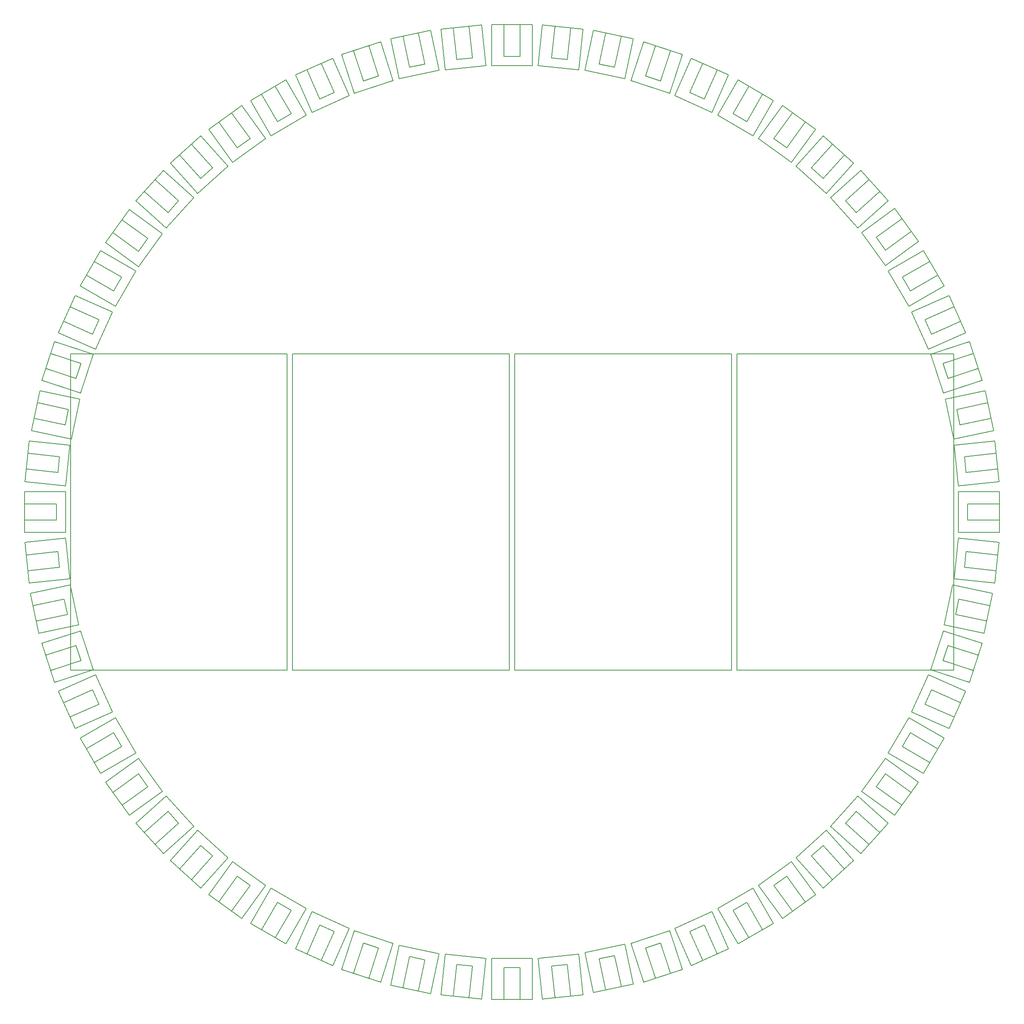
<source format=gbo>
G04 #@! TF.FileFunction,Legend,Bot*
%FSLAX46Y46*%
G04 Gerber Fmt 4.6, Leading zero omitted, Abs format (unit mm)*
G04 Created by KiCad (PCBNEW 4.0.2-stable) date 14/05/2016 22:57:01*
%MOMM*%
G01*
G04 APERTURE LIST*
%ADD10C,0.100000*%
%ADD11C,0.150000*%
G04 APERTURE END LIST*
D10*
D11*
X149400000Y-184850000D02*
X101600000Y-184850000D01*
X101600000Y-184850000D02*
X101600000Y-115150000D01*
X101600000Y-115150000D02*
X149400000Y-115150000D01*
X149400000Y-115150000D02*
X149400000Y-184850000D01*
X100400000Y-184850000D02*
X52600000Y-184850000D01*
X52600000Y-184850000D02*
X52600000Y-115150000D01*
X52600000Y-115150000D02*
X100400000Y-115150000D01*
X100400000Y-115150000D02*
X100400000Y-184850000D01*
X198400000Y-184850000D02*
X150600000Y-184850000D01*
X150600000Y-184850000D02*
X150600000Y-115150000D01*
X150600000Y-115150000D02*
X198400000Y-115150000D01*
X198400000Y-115150000D02*
X198400000Y-184850000D01*
X247400000Y-184850000D02*
X199600000Y-184850000D01*
X199600000Y-184850000D02*
X199600000Y-115150000D01*
X199600000Y-115150000D02*
X247400000Y-115150000D01*
X247400000Y-115150000D02*
X247400000Y-184850000D01*
X140549657Y-42866378D02*
X141281356Y-49828031D01*
X141281356Y-49828031D02*
X137800530Y-50193881D01*
X137800530Y-50193881D02*
X137068831Y-43232228D01*
X144225349Y-51529622D02*
X143284592Y-42578925D01*
X143284592Y-42578925D02*
X134333895Y-43519681D01*
X134333895Y-43519681D02*
X135274651Y-52470378D01*
X135274651Y-52470378D02*
X144225349Y-51529622D01*
X107938075Y-51066302D02*
X110785231Y-57461120D01*
X110785231Y-57461120D02*
X107587822Y-58884698D01*
X107587822Y-58884698D02*
X104740666Y-52489880D01*
X114110955Y-58169685D02*
X110450325Y-49947776D01*
X110450325Y-49947776D02*
X102228416Y-53608406D01*
X102228416Y-53608406D02*
X105889045Y-61830315D01*
X105889045Y-61830315D02*
X114110955Y-58169685D01*
X71232675Y-76677321D02*
X76434689Y-81361235D01*
X76434689Y-81361235D02*
X74092732Y-83962242D01*
X74092732Y-83962242D02*
X68890718Y-79278328D01*
X79761088Y-80655848D02*
X73072784Y-74633673D01*
X73072784Y-74633673D02*
X67050609Y-81321976D01*
X67050609Y-81321976D02*
X73738912Y-87344152D01*
X73738912Y-87344152D02*
X79761088Y-80655848D01*
X48231271Y-115054498D02*
X54888667Y-117217617D01*
X54888667Y-117217617D02*
X53807107Y-120546315D01*
X53807107Y-120546315D02*
X47149712Y-118383196D01*
X57640576Y-115220246D02*
X49081068Y-112439093D01*
X49081068Y-112439093D02*
X46299915Y-120998601D01*
X46299915Y-120998601D02*
X54859424Y-123779754D01*
X54859424Y-123779754D02*
X57640576Y-115220246D01*
X42866378Y-159450343D02*
X49828031Y-158718644D01*
X49828031Y-158718644D02*
X50193881Y-162199470D01*
X50193881Y-162199470D02*
X43232228Y-162931169D01*
X51529622Y-155774651D02*
X42578925Y-156715408D01*
X42578925Y-156715408D02*
X43519681Y-165666105D01*
X43519681Y-165666105D02*
X52470378Y-164725349D01*
X52470378Y-164725349D02*
X51529622Y-155774651D01*
X56080771Y-202234456D02*
X62142949Y-198734456D01*
X62142949Y-198734456D02*
X63892949Y-201765544D01*
X63892949Y-201765544D02*
X57830771Y-205265544D01*
X62500000Y-195352886D02*
X54705771Y-199852886D01*
X54705771Y-199852886D02*
X59205771Y-207647114D01*
X59205771Y-207647114D02*
X67000000Y-203147114D01*
X67000000Y-203147114D02*
X62500000Y-195352886D01*
X85294153Y-236002529D02*
X89408650Y-230339410D01*
X89408650Y-230339410D02*
X92240209Y-232396658D01*
X92240209Y-232396658D02*
X88125712Y-238059777D01*
X88359424Y-227104966D02*
X83069356Y-234386119D01*
X83069356Y-234386119D02*
X90350509Y-239676187D01*
X90350509Y-239676187D02*
X95640576Y-232395034D01*
X95640576Y-232395034D02*
X88359424Y-227104966D01*
X125917036Y-254939483D02*
X127372418Y-248092450D01*
X127372418Y-248092450D02*
X130795935Y-248820141D01*
X130795935Y-248820141D02*
X129340553Y-255667174D01*
X125098336Y-245564397D02*
X123227131Y-254367726D01*
X123227131Y-254367726D02*
X132030459Y-256238931D01*
X132030459Y-256238931D02*
X133901664Y-247435603D01*
X133901664Y-247435603D02*
X125098336Y-245564397D01*
X170659447Y-255417174D02*
X169204065Y-248570141D01*
X169204065Y-248570141D02*
X172627582Y-247842450D01*
X172627582Y-247842450D02*
X174082964Y-254689483D01*
X166098336Y-247185603D02*
X167969541Y-255988931D01*
X167969541Y-255988931D02*
X176772869Y-254117726D01*
X176772869Y-254117726D02*
X174901664Y-245314397D01*
X174901664Y-245314397D02*
X166098336Y-247185603D01*
X211874288Y-238059777D02*
X207759791Y-232396658D01*
X207759791Y-232396658D02*
X210591350Y-230339410D01*
X210591350Y-230339410D02*
X214705847Y-236002529D01*
X204359424Y-232395034D02*
X209649491Y-239676187D01*
X209649491Y-239676187D02*
X216930644Y-234386119D01*
X216930644Y-234386119D02*
X211640576Y-227104966D01*
X211640576Y-227104966D02*
X204359424Y-232395034D01*
X242169229Y-205265544D02*
X236107051Y-201765544D01*
X236107051Y-201765544D02*
X237857051Y-198734456D01*
X237857051Y-198734456D02*
X243919229Y-202234456D01*
X233000000Y-203147114D02*
X240794229Y-207647114D01*
X240794229Y-207647114D02*
X245294229Y-199852886D01*
X245294229Y-199852886D02*
X237500000Y-195352886D01*
X237500000Y-195352886D02*
X233000000Y-203147114D01*
X256767772Y-162931169D02*
X249806119Y-162199470D01*
X249806119Y-162199470D02*
X250171969Y-158718644D01*
X250171969Y-158718644D02*
X257133622Y-159450343D01*
X247529622Y-164725349D02*
X256480319Y-165666105D01*
X256480319Y-165666105D02*
X257421075Y-156715408D01*
X257421075Y-156715408D02*
X248470378Y-155774651D01*
X248470378Y-155774651D02*
X247529622Y-164725349D01*
X252850288Y-118383196D02*
X246192893Y-120546315D01*
X246192893Y-120546315D02*
X245111333Y-117217617D01*
X245111333Y-117217617D02*
X251768729Y-115054498D01*
X245140576Y-123779754D02*
X253700085Y-120998601D01*
X253700085Y-120998601D02*
X250918932Y-112439093D01*
X250918932Y-112439093D02*
X242359424Y-115220246D01*
X242359424Y-115220246D02*
X245140576Y-123779754D01*
X231109282Y-79278328D02*
X225907268Y-83962242D01*
X225907268Y-83962242D02*
X223565311Y-81361235D01*
X223565311Y-81361235D02*
X228767325Y-76677321D01*
X226261088Y-87344152D02*
X232949391Y-81321976D01*
X232949391Y-81321976D02*
X226927216Y-74633673D01*
X226927216Y-74633673D02*
X220238912Y-80655848D01*
X220238912Y-80655848D02*
X226261088Y-87344152D01*
X195259334Y-52489880D02*
X192412178Y-58884698D01*
X192412178Y-58884698D02*
X189214769Y-57461120D01*
X189214769Y-57461120D02*
X192061925Y-51066302D01*
X194110955Y-61830315D02*
X197771584Y-53608406D01*
X197771584Y-53608406D02*
X189549675Y-49947776D01*
X189549675Y-49947776D02*
X185889045Y-58169685D01*
X185889045Y-58169685D02*
X194110955Y-61830315D01*
X151750000Y-42500000D02*
X151750000Y-49500000D01*
X151750000Y-49500000D02*
X148250000Y-49500000D01*
X148250000Y-49500000D02*
X148250000Y-42500000D01*
X154500000Y-51500000D02*
X154500000Y-42500000D01*
X154500000Y-42500000D02*
X145500000Y-42500000D01*
X145500000Y-42500000D02*
X145500000Y-51500000D01*
X145500000Y-51500000D02*
X154500000Y-51500000D01*
X118383196Y-47149712D02*
X120546315Y-53807107D01*
X120546315Y-53807107D02*
X117217617Y-54888667D01*
X117217617Y-54888667D02*
X115054498Y-48231271D01*
X123779754Y-54859424D02*
X120998601Y-46299915D01*
X120998601Y-46299915D02*
X112439093Y-49081068D01*
X112439093Y-49081068D02*
X115220246Y-57640576D01*
X115220246Y-57640576D02*
X123779754Y-54859424D01*
X79278328Y-68890718D02*
X83962242Y-74092732D01*
X83962242Y-74092732D02*
X81361235Y-76434689D01*
X81361235Y-76434689D02*
X76677321Y-71232675D01*
X87344152Y-73738912D02*
X81321976Y-67050609D01*
X81321976Y-67050609D02*
X74633673Y-73072784D01*
X74633673Y-73072784D02*
X80655848Y-79761088D01*
X80655848Y-79761088D02*
X87344152Y-73738912D01*
X52489880Y-104740666D02*
X58884698Y-107587822D01*
X58884698Y-107587822D02*
X57461120Y-110785231D01*
X57461120Y-110785231D02*
X51066302Y-107938075D01*
X61830315Y-105889045D02*
X53608406Y-102228416D01*
X53608406Y-102228416D02*
X49947776Y-110450325D01*
X49947776Y-110450325D02*
X58169685Y-114110955D01*
X58169685Y-114110955D02*
X61830315Y-105889045D01*
X42500000Y-148250000D02*
X49500000Y-148250000D01*
X49500000Y-148250000D02*
X49500000Y-151750000D01*
X49500000Y-151750000D02*
X42500000Y-151750000D01*
X51500000Y-145500000D02*
X42500000Y-145500000D01*
X42500000Y-145500000D02*
X42500000Y-154500000D01*
X42500000Y-154500000D02*
X51500000Y-154500000D01*
X51500000Y-154500000D02*
X51500000Y-145500000D01*
X51066302Y-192061925D02*
X57461120Y-189214769D01*
X57461120Y-189214769D02*
X58884698Y-192412178D01*
X58884698Y-192412178D02*
X52489880Y-195259334D01*
X58169685Y-185889045D02*
X49947776Y-189549675D01*
X49947776Y-189549675D02*
X53608406Y-197771584D01*
X53608406Y-197771584D02*
X61830315Y-194110955D01*
X61830315Y-194110955D02*
X58169685Y-185889045D01*
X76677321Y-228767325D02*
X81361235Y-223565311D01*
X81361235Y-223565311D02*
X83962242Y-225907268D01*
X83962242Y-225907268D02*
X79278328Y-231109282D01*
X80655848Y-220238912D02*
X74633673Y-226927216D01*
X74633673Y-226927216D02*
X81321976Y-232949391D01*
X81321976Y-232949391D02*
X87344152Y-226261088D01*
X87344152Y-226261088D02*
X80655848Y-220238912D01*
X115054498Y-251768729D02*
X117217617Y-245111333D01*
X117217617Y-245111333D02*
X120546315Y-246192893D01*
X120546315Y-246192893D02*
X118383196Y-252850288D01*
X115220246Y-242359424D02*
X112439093Y-250918932D01*
X112439093Y-250918932D02*
X120998601Y-253700085D01*
X120998601Y-253700085D02*
X123779754Y-245140576D01*
X123779754Y-245140576D02*
X115220246Y-242359424D01*
X159450343Y-257133622D02*
X158718644Y-250171969D01*
X158718644Y-250171969D02*
X162199470Y-249806119D01*
X162199470Y-249806119D02*
X162931169Y-256767772D01*
X155774651Y-248470378D02*
X156715408Y-257421075D01*
X156715408Y-257421075D02*
X165666105Y-256480319D01*
X165666105Y-256480319D02*
X164725349Y-247529622D01*
X164725349Y-247529622D02*
X155774651Y-248470378D01*
X202234456Y-243919229D02*
X198734456Y-237857051D01*
X198734456Y-237857051D02*
X201765544Y-236107051D01*
X201765544Y-236107051D02*
X205265544Y-242169229D01*
X195352886Y-237500000D02*
X199852886Y-245294229D01*
X199852886Y-245294229D02*
X207647114Y-240794229D01*
X207647114Y-240794229D02*
X203147114Y-233000000D01*
X203147114Y-233000000D02*
X195352886Y-237500000D01*
X236002529Y-214705847D02*
X230339410Y-210591350D01*
X230339410Y-210591350D02*
X232396658Y-207759791D01*
X232396658Y-207759791D02*
X238059777Y-211874288D01*
X227104966Y-211640576D02*
X234386119Y-216930644D01*
X234386119Y-216930644D02*
X239676187Y-209649491D01*
X239676187Y-209649491D02*
X232395034Y-204359424D01*
X232395034Y-204359424D02*
X227104966Y-211640576D01*
X254689483Y-174082964D02*
X247842450Y-172627582D01*
X247842450Y-172627582D02*
X248570141Y-169204065D01*
X248570141Y-169204065D02*
X255417174Y-170659447D01*
X245314397Y-174901664D02*
X254117726Y-176772869D01*
X254117726Y-176772869D02*
X255988931Y-167969541D01*
X255988931Y-167969541D02*
X247185603Y-166098336D01*
X247185603Y-166098336D02*
X245314397Y-174901664D01*
X255667174Y-129340553D02*
X248820141Y-130795935D01*
X248820141Y-130795935D02*
X248092450Y-127372418D01*
X248092450Y-127372418D02*
X254939483Y-125917036D01*
X247435603Y-133901664D02*
X256238931Y-132030459D01*
X256238931Y-132030459D02*
X254367726Y-123227131D01*
X254367726Y-123227131D02*
X245564397Y-125098336D01*
X245564397Y-125098336D02*
X247435603Y-133901664D01*
X238059777Y-88125712D02*
X232396658Y-92240209D01*
X232396658Y-92240209D02*
X230339410Y-89408650D01*
X230339410Y-89408650D02*
X236002529Y-85294153D01*
X232395034Y-95640576D02*
X239676187Y-90350509D01*
X239676187Y-90350509D02*
X234386119Y-83069356D01*
X234386119Y-83069356D02*
X227104966Y-88359424D01*
X227104966Y-88359424D02*
X232395034Y-95640576D01*
X205265544Y-57830771D02*
X201765544Y-63892949D01*
X201765544Y-63892949D02*
X198734456Y-62142949D01*
X198734456Y-62142949D02*
X202234456Y-56080771D01*
X203147114Y-67000000D02*
X207647114Y-59205771D01*
X207647114Y-59205771D02*
X199852886Y-54705771D01*
X199852886Y-54705771D02*
X195352886Y-62500000D01*
X195352886Y-62500000D02*
X203147114Y-67000000D01*
X162931169Y-43232228D02*
X162199470Y-50193881D01*
X162199470Y-50193881D02*
X158718644Y-49828031D01*
X158718644Y-49828031D02*
X159450343Y-42866378D01*
X164725349Y-52470378D02*
X165666105Y-43519681D01*
X165666105Y-43519681D02*
X156715408Y-42578925D01*
X156715408Y-42578925D02*
X155774651Y-51529622D01*
X155774651Y-51529622D02*
X164725349Y-52470378D01*
X129340553Y-44332826D02*
X130795935Y-51179859D01*
X130795935Y-51179859D02*
X127372418Y-51907550D01*
X127372418Y-51907550D02*
X125917036Y-45060517D01*
X133901664Y-52564397D02*
X132030459Y-43761069D01*
X132030459Y-43761069D02*
X123227131Y-45632274D01*
X123227131Y-45632274D02*
X125098336Y-54435603D01*
X125098336Y-54435603D02*
X133901664Y-52564397D01*
X88125712Y-61940223D02*
X92240209Y-67603342D01*
X92240209Y-67603342D02*
X89408650Y-69660590D01*
X89408650Y-69660590D02*
X85294153Y-63997471D01*
X95640576Y-67604966D02*
X90350509Y-60323813D01*
X90350509Y-60323813D02*
X83069356Y-65613881D01*
X83069356Y-65613881D02*
X88359424Y-72895034D01*
X88359424Y-72895034D02*
X95640576Y-67604966D01*
X57830771Y-94734456D02*
X63892949Y-98234456D01*
X63892949Y-98234456D02*
X62142949Y-101265544D01*
X62142949Y-101265544D02*
X56080771Y-97765544D01*
X67000000Y-96852886D02*
X59205771Y-92352886D01*
X59205771Y-92352886D02*
X54705771Y-100147114D01*
X54705771Y-100147114D02*
X62500000Y-104647114D01*
X62500000Y-104647114D02*
X67000000Y-96852886D01*
X43232228Y-137068831D02*
X50193881Y-137800530D01*
X50193881Y-137800530D02*
X49828031Y-141281356D01*
X49828031Y-141281356D02*
X42866378Y-140549657D01*
X52470378Y-135274651D02*
X43519681Y-134333895D01*
X43519681Y-134333895D02*
X42578925Y-143284592D01*
X42578925Y-143284592D02*
X51529622Y-144225349D01*
X51529622Y-144225349D02*
X52470378Y-135274651D01*
X47149712Y-181616804D02*
X53807107Y-179453685D01*
X53807107Y-179453685D02*
X54888667Y-182782383D01*
X54888667Y-182782383D02*
X48231271Y-184945502D01*
X54859424Y-176220246D02*
X46299915Y-179001399D01*
X46299915Y-179001399D02*
X49081068Y-187560907D01*
X49081068Y-187560907D02*
X57640576Y-184779754D01*
X57640576Y-184779754D02*
X54859424Y-176220246D01*
X68890718Y-220721672D02*
X74092732Y-216037758D01*
X74092732Y-216037758D02*
X76434689Y-218638765D01*
X76434689Y-218638765D02*
X71232675Y-223322679D01*
X73738912Y-212655848D02*
X67050609Y-218678024D01*
X67050609Y-218678024D02*
X73072784Y-225366327D01*
X73072784Y-225366327D02*
X79761088Y-219344152D01*
X79761088Y-219344152D02*
X73738912Y-212655848D01*
X104740666Y-247510120D02*
X107587822Y-241115302D01*
X107587822Y-241115302D02*
X110785231Y-242538880D01*
X110785231Y-242538880D02*
X107938075Y-248933698D01*
X105889045Y-238169685D02*
X102228416Y-246391594D01*
X102228416Y-246391594D02*
X110450325Y-250052224D01*
X110450325Y-250052224D02*
X114110955Y-241830315D01*
X114110955Y-241830315D02*
X105889045Y-238169685D01*
X148250000Y-257500000D02*
X148250000Y-250500000D01*
X148250000Y-250500000D02*
X151750000Y-250500000D01*
X151750000Y-250500000D02*
X151750000Y-257500000D01*
X145500000Y-248500000D02*
X145500000Y-257500000D01*
X145500000Y-257500000D02*
X154500000Y-257500000D01*
X154500000Y-257500000D02*
X154500000Y-248500000D01*
X154500000Y-248500000D02*
X145500000Y-248500000D01*
X192061925Y-248933698D02*
X189214769Y-242538880D01*
X189214769Y-242538880D02*
X192412178Y-241115302D01*
X192412178Y-241115302D02*
X195259334Y-247510120D01*
X185889045Y-241830315D02*
X189549675Y-250052224D01*
X189549675Y-250052224D02*
X197771584Y-246391594D01*
X197771584Y-246391594D02*
X194110955Y-238169685D01*
X194110955Y-238169685D02*
X185889045Y-241830315D01*
X228767325Y-223322679D02*
X223565311Y-218638765D01*
X223565311Y-218638765D02*
X225907268Y-216037758D01*
X225907268Y-216037758D02*
X231109282Y-220721672D01*
X220238912Y-219344152D02*
X226927216Y-225366327D01*
X226927216Y-225366327D02*
X232949391Y-218678024D01*
X232949391Y-218678024D02*
X226261088Y-212655848D01*
X226261088Y-212655848D02*
X220238912Y-219344152D01*
X251768729Y-184945502D02*
X245111333Y-182782383D01*
X245111333Y-182782383D02*
X246192893Y-179453685D01*
X246192893Y-179453685D02*
X252850288Y-181616804D01*
X242359424Y-184779754D02*
X250918932Y-187560907D01*
X250918932Y-187560907D02*
X253700085Y-179001399D01*
X253700085Y-179001399D02*
X245140576Y-176220246D01*
X245140576Y-176220246D02*
X242359424Y-184779754D01*
X257133622Y-140549657D02*
X250171969Y-141281356D01*
X250171969Y-141281356D02*
X249806119Y-137800530D01*
X249806119Y-137800530D02*
X256767772Y-137068831D01*
X248470378Y-144225349D02*
X257421075Y-143284592D01*
X257421075Y-143284592D02*
X256480319Y-134333895D01*
X256480319Y-134333895D02*
X247529622Y-135274651D01*
X247529622Y-135274651D02*
X248470378Y-144225349D01*
X243919229Y-97765544D02*
X237857051Y-101265544D01*
X237857051Y-101265544D02*
X236107051Y-98234456D01*
X236107051Y-98234456D02*
X242169229Y-94734456D01*
X237500000Y-104647114D02*
X245294229Y-100147114D01*
X245294229Y-100147114D02*
X240794229Y-92352886D01*
X240794229Y-92352886D02*
X233000000Y-96852886D01*
X233000000Y-96852886D02*
X237500000Y-104647114D01*
X214705847Y-63997471D02*
X210591350Y-69660590D01*
X210591350Y-69660590D02*
X207759791Y-67603342D01*
X207759791Y-67603342D02*
X211874288Y-61940223D01*
X211640576Y-72895034D02*
X216930644Y-65613881D01*
X216930644Y-65613881D02*
X209649491Y-60323813D01*
X209649491Y-60323813D02*
X204359424Y-67604966D01*
X204359424Y-67604966D02*
X211640576Y-72895034D01*
X174082964Y-45060517D02*
X172627582Y-51907550D01*
X172627582Y-51907550D02*
X169204065Y-51179859D01*
X169204065Y-51179859D02*
X170659447Y-44332826D01*
X174901664Y-54435603D02*
X176772869Y-45632274D01*
X176772869Y-45632274D02*
X167969541Y-43761069D01*
X167969541Y-43761069D02*
X166098336Y-52564397D01*
X166098336Y-52564397D02*
X174901664Y-54435603D01*
X97765544Y-56080771D02*
X101265544Y-62142949D01*
X101265544Y-62142949D02*
X98234456Y-63892949D01*
X98234456Y-63892949D02*
X94734456Y-57830771D01*
X104647114Y-62500000D02*
X100147114Y-54705771D01*
X100147114Y-54705771D02*
X92352886Y-59205771D01*
X92352886Y-59205771D02*
X96852886Y-67000000D01*
X96852886Y-67000000D02*
X104647114Y-62500000D01*
X63997471Y-85544153D02*
X69660590Y-89658650D01*
X69660590Y-89658650D02*
X67603342Y-92490209D01*
X67603342Y-92490209D02*
X61940223Y-88375712D01*
X72895034Y-88609424D02*
X65613881Y-83319356D01*
X65613881Y-83319356D02*
X60323813Y-90600509D01*
X60323813Y-90600509D02*
X67604966Y-95890576D01*
X67604966Y-95890576D02*
X72895034Y-88609424D01*
X45310517Y-125917036D02*
X52157550Y-127372418D01*
X52157550Y-127372418D02*
X51429859Y-130795935D01*
X51429859Y-130795935D02*
X44582826Y-129340553D01*
X54685603Y-125098336D02*
X45882274Y-123227131D01*
X45882274Y-123227131D02*
X44011069Y-132030459D01*
X44011069Y-132030459D02*
X52814397Y-133901664D01*
X52814397Y-133901664D02*
X54685603Y-125098336D01*
X44332826Y-170659447D02*
X51179859Y-169204065D01*
X51179859Y-169204065D02*
X51907550Y-172627582D01*
X51907550Y-172627582D02*
X45060517Y-174082964D01*
X52564397Y-166098336D02*
X43761069Y-167969541D01*
X43761069Y-167969541D02*
X45632274Y-176772869D01*
X45632274Y-176772869D02*
X54435603Y-174901664D01*
X54435603Y-174901664D02*
X52564397Y-166098336D01*
X61940223Y-211874288D02*
X67603342Y-207759791D01*
X67603342Y-207759791D02*
X69660590Y-210591350D01*
X69660590Y-210591350D02*
X63997471Y-214705847D01*
X67604966Y-204359424D02*
X60323813Y-209649491D01*
X60323813Y-209649491D02*
X65613881Y-216930644D01*
X65613881Y-216930644D02*
X72895034Y-211640576D01*
X72895034Y-211640576D02*
X67604966Y-204359424D01*
X94734456Y-242169229D02*
X98234456Y-236107051D01*
X98234456Y-236107051D02*
X101265544Y-237857051D01*
X101265544Y-237857051D02*
X97765544Y-243919229D01*
X96852886Y-233000000D02*
X92352886Y-240794229D01*
X92352886Y-240794229D02*
X100147114Y-245294229D01*
X100147114Y-245294229D02*
X104647114Y-237500000D01*
X104647114Y-237500000D02*
X96852886Y-233000000D01*
X137068831Y-256767772D02*
X137800530Y-249806119D01*
X137800530Y-249806119D02*
X141281356Y-250171969D01*
X141281356Y-250171969D02*
X140549657Y-257133622D01*
X135274651Y-247529622D02*
X134333895Y-256480319D01*
X134333895Y-256480319D02*
X143284592Y-257421075D01*
X143284592Y-257421075D02*
X144225349Y-248470378D01*
X144225349Y-248470378D02*
X135274651Y-247529622D01*
X181616804Y-252850288D02*
X179453685Y-246192893D01*
X179453685Y-246192893D02*
X182782383Y-245111333D01*
X182782383Y-245111333D02*
X184945502Y-251768729D01*
X176220246Y-245140576D02*
X179001399Y-253700085D01*
X179001399Y-253700085D02*
X187560907Y-250918932D01*
X187560907Y-250918932D02*
X184779754Y-242359424D01*
X184779754Y-242359424D02*
X176220246Y-245140576D01*
X220721672Y-231109282D02*
X216037758Y-225907268D01*
X216037758Y-225907268D02*
X218638765Y-223565311D01*
X218638765Y-223565311D02*
X223322679Y-228767325D01*
X212655848Y-226261088D02*
X218678024Y-232949391D01*
X218678024Y-232949391D02*
X225366327Y-226927216D01*
X225366327Y-226927216D02*
X219344152Y-220238912D01*
X219344152Y-220238912D02*
X212655848Y-226261088D01*
X247510120Y-195259334D02*
X241115302Y-192412178D01*
X241115302Y-192412178D02*
X242538880Y-189214769D01*
X242538880Y-189214769D02*
X248933698Y-192061925D01*
X238169685Y-194110955D02*
X246391594Y-197771584D01*
X246391594Y-197771584D02*
X250052224Y-189549675D01*
X250052224Y-189549675D02*
X241830315Y-185889045D01*
X241830315Y-185889045D02*
X238169685Y-194110955D01*
X257500000Y-151750000D02*
X250500000Y-151750000D01*
X250500000Y-151750000D02*
X250500000Y-148250000D01*
X250500000Y-148250000D02*
X257500000Y-148250000D01*
X248500000Y-154500000D02*
X257500000Y-154500000D01*
X257500000Y-154500000D02*
X257500000Y-145500000D01*
X257500000Y-145500000D02*
X248500000Y-145500000D01*
X248500000Y-145500000D02*
X248500000Y-154500000D01*
X248933698Y-107938075D02*
X242538880Y-110785231D01*
X242538880Y-110785231D02*
X241115302Y-107587822D01*
X241115302Y-107587822D02*
X247510120Y-104740666D01*
X241830315Y-114110955D02*
X250052224Y-110450325D01*
X250052224Y-110450325D02*
X246391594Y-102228416D01*
X246391594Y-102228416D02*
X238169685Y-105889045D01*
X238169685Y-105889045D02*
X241830315Y-114110955D01*
X223322679Y-71232675D02*
X218638765Y-76434689D01*
X218638765Y-76434689D02*
X216037758Y-74092732D01*
X216037758Y-74092732D02*
X220721672Y-68890718D01*
X219344152Y-79761088D02*
X225366327Y-73072784D01*
X225366327Y-73072784D02*
X218678024Y-67050609D01*
X218678024Y-67050609D02*
X212655848Y-73738912D01*
X212655848Y-73738912D02*
X219344152Y-79761088D01*
X184945502Y-48231271D02*
X182782383Y-54888667D01*
X182782383Y-54888667D02*
X179453685Y-53807107D01*
X179453685Y-53807107D02*
X181616804Y-47149712D01*
X184779754Y-57640576D02*
X187560907Y-49081068D01*
X187560907Y-49081068D02*
X179001399Y-46299915D01*
X179001399Y-46299915D02*
X176220246Y-54859424D01*
X176220246Y-54859424D02*
X184779754Y-57640576D01*
M02*

</source>
